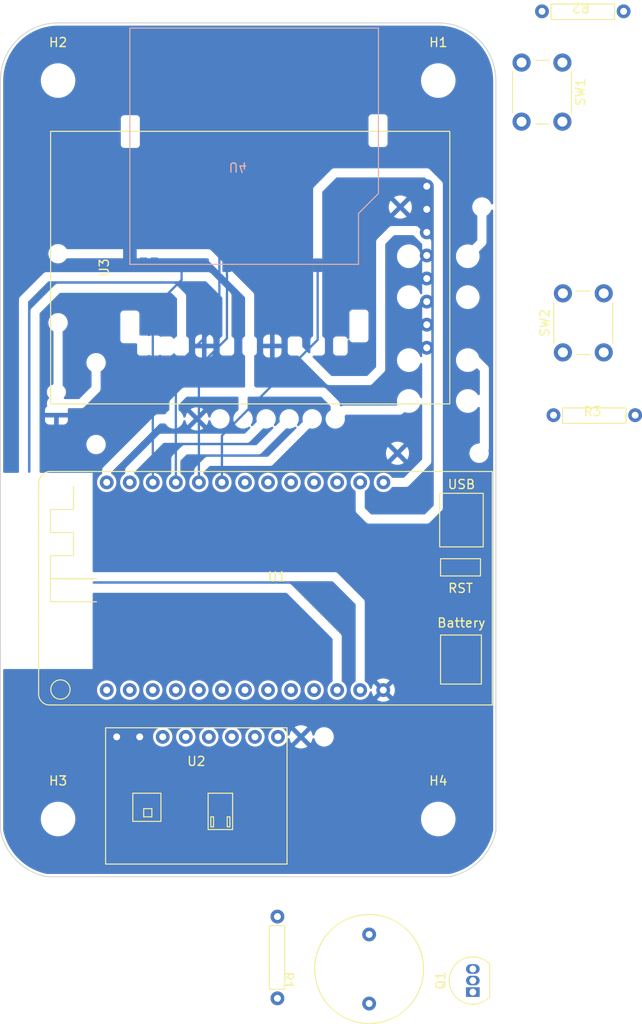
<source format=kicad_pcb>
(kicad_pcb (version 20211014) (generator pcbnew)
  (title_block (title "PCB layout of the air quality monitor") (date "2023-06-13") (rev "0"))
  (layers (0 "F.Cu" signal) (31 "B.Cu" signal) (34 "B.Paste" user) (35 "F.Paste" user) (36 "B.SilkS" user "B.Silkscreen") (37 "F.SilkS" user "F.Silkscreen") (38 "B.Mask" user) (39 "F.Mask" user) (44 "Edge.Cuts" user))
  (net 0 "")
  (net 5 "GND")
  (net 6 "Net-(Q1-Pad2)")
  (net 9 "/BUZZ")
  (net 10 "/UP_BTN")
  (net 11 "/DW_BTN")
  (net 12 "/CLK_SD")
  (net 13 "/DO_SD")
  (net 16 "/DI_SD")
  (net 17 "/CS_SD")
  (net 18 "/WAK")
  (net 19 "/SDA_Sens")
  (net 20 "/SCL_Sens")
  (net 21 "/CS")
  (net 22 "/SCK")
  (net 23 "/SDA")
  (net 24 "/A0")
  (net 25 "+3V3")
  (net 28 "Net-(B1-Pad2)")
  (net 32 "/RST")
  (net 33 "/INT")
  (footprint "components:CCS811-HDC1080-PCB" (layer "F.Cu") (at 75.04 128.12 -90)
    (fp_text reference "U2" (at 2.69 9 unlocked) (layer "F.SilkS"))
    (fp_text value "CCS811-HDC1080")
    (fp_line (start 8.8 13.9) (end 8.8 14.8) (layer "F.SilkS") (width 0.12))
    (fp_line (start 10.2 5) (end 10.2 7.7) (layer "F.SilkS") (width 0.12))
    (fp_line (start 6.2 5) (end 10.2 5) (layer "F.SilkS") (width 0.12))
    (fp_line (start 8.8 7.1) (end 8.8 7.4) (layer "F.SilkS") (width 0.12))
    (fp_line (start 7.9 14.8) (end 7.9 13.9) (layer "F.SilkS") (width 0.12))
    (fp_line (start -1 -1) (end -1 19) (layer "F.SilkS") (width 0.12))
    (fp_line (start 8.8 5.6) (end 9.9 5.6) (layer "F.SilkS") (width 0.12))
    (fp_line (start 7.9 13.9) (end 8.8 13.9) (layer "F.SilkS") (width 0.12))
    (fp_line (start 6.2 7.7) (end 6.2 5) (layer "F.SilkS") (width 0.12))
    (fp_line (start 6.2 12.9) (end 9.3 12.9) (layer "F.SilkS") (width 0.12))
    (fp_line (start 8.8 7.4) (end 9.9 7.4) (layer "F.SilkS") (width 0.12))
    (fp_line (start 14 19) (end 14 -1) (layer "F.SilkS") (width 0.12))
    (fp_line (start 6.2 16) (end 6.2 12.9) (layer "F.SilkS") (width 0.12))
    (fp_line (start 9.9 7.1) (end 8.8 7.1) (layer "F.SilkS") (width 0.12))
    (fp_line (start 9.9 5.6) (end 9.9 5.3) (layer "F.SilkS") (width 0.12))
    (fp_line (start 14 -1) (end -1 -1) (layer "F.SilkS") (width 0.12))
    (fp_line (start 8.8 5.3) (end 8.8 5.6) (layer "F.SilkS") (width 0.12))
    (fp_line (start 8.8 14.8) (end 7.9 14.8) (layer "F.SilkS") (width 0.12))
    (fp_line (start 10.2 7.7) (end 6.2 7.7) (layer "F.SilkS") (width 0.12))
    (fp_line (start -1 19) (end 14 19) (layer "F.SilkS") (width 0.12))
    (fp_line (start 9.3 16) (end 6.2 16) (layer "F.SilkS") (width 0.12))
    (fp_line (start 9.9 5.3) (end 8.8 5.3) (layer "F.SilkS") (width 0.12))
    (fp_line (start 9.3 12.9) (end 9.3 16) (layer "F.SilkS") (width 0.12))
    (fp_line (start 9.9 7.4) (end 9.9 7.1) (layer "F.SilkS") (width 0.12))
    (pad "1" thru_hole circle (at 0 0 270) (size 1.524 1.524) (drill 0.762) (layers *.Cu *.Mask) (net 25 "+3V3"))
    (pad "2" thru_hole circle (at 0 2.54 270) (size 1.524 1.524) (drill 0.762) (layers *.Cu *.Mask) (net 5 "GND"))
    (pad "3" thru_hole circle (at 0 5.08 270) (size 1.524 1.524) (drill 0.762) (layers *.Cu *.Mask) (net 20 "/SCL_Sens"))
    (pad "4" thru_hole circle (at 0 7.62 270) (size 1.524 1.524) (drill 0.762) (layers *.Cu *.Mask) (net 19 "/SDA_Sens"))
    (pad "5" thru_hole circle (at 0 10.16 270) (size 1.524 1.524) (drill 0.762) (layers *.Cu *.Mask) (net 18 "/WAK"))
    (pad "6" thru_hole circle (at 0 12.7 270) (size 1.524 1.524) (drill 0.762) (layers *.Cu *.Mask) (net 33 "/INT"))
    (pad "7" thru_hole circle (at 0 15.24 270) (size 1.524 1.524) (drill 0.762) (layers *.Cu *.Mask) (net 32 "/RST"))
    (pad "8" thru_hole circle (at 0 17.78 270) (size 1.524 1.524) (drill 0.762) (layers *.Cu *.Mask))
  )
  (footprint "MountingHole:MountingHole_3.2mm_M3" (layer "F.Cu") (at 92.71 137.16)
    (fp_text reference "H4" (at 0 -4.2) (layer "F.SilkS"))
    (fp_text value "MountingHole")
    (pad "" np_thru_hole circle (at 0 0) (size 3.2 3.2) (drill 3.2) (layers *.Cu *.Mask))
  )
  (footprint "Button_Switch_THT:SW_PUSH_6mm" (layer "F.Cu") (at 106.39 53.9 -90)
    (fp_text reference "SW1" (at 3.25 -2 90) (layer "F.SilkS"))
    (fp_text value "BTN1")
    (fp_line (start -0.25 1.5) (end -0.25 3) (layer "F.SilkS") (width 0.12))
    (fp_line (start 5.5 -1) (end 1 -1) (layer "F.SilkS") (width 0.12))
    (fp_line (start 1 5.5) (end 5.5 5.5) (layer "F.SilkS") (width 0.12))
    (fp_line (start 6.75 3) (end 6.75 1.5) (layer "F.SilkS") (width 0.12))
    (pad "1" thru_hole circle (at 6.5 0) (size 2 2) (drill 1.1) (layers *.Cu *.Mask) (net 10 "/UP_BTN"))
    (pad "1" thru_hole circle (at 0 0) (size 2 2) (drill 1.1) (layers *.Cu *.Mask) (net 10 "/UP_BTN"))
    (pad "2" thru_hole circle (at 6.5 4.5) (size 2 2) (drill 1.1) (layers *.Cu *.Mask) (net 25 "+3V3"))
    (pad "2" thru_hole circle (at 0 4.5) (size 2 2) (drill 1.1) (layers *.Cu *.Mask) (net 25 "+3V3"))
  )
  (footprint "components:LOLIN32-Lite-PCB" (layer "F.Cu") (at 49.96208 123.40792 90)
    (fp_text reference "U1" (at 12.91792 24.96792 unlocked) (layer "F.SilkS"))
    (fp_text value "LOLIN32_Lite")
    (fp_text user "RST" (at 11.64792 45.2 unlocked) (layer "F.SilkS"))
    (fp_text user "USB" (at 23.07792 45.3 unlocked) (layer "F.SilkS"))
    (fp_text user "Battery" (at 7.83792 45.28792 unlocked) (layer "F.SilkS"))
    (fp_line (start 15.24 2.54) (end 17.78 2.54) (layer "F.SilkS") (width 0.12))
    (fp_line (start 24.5 48.7) (end -1.1 48.7) (layer "F.SilkS") (width 0.12))
    (fp_line (start -1.2 -0.1) (end -1.2 48.7) (layer "F.SilkS") (width 0.12))
    (fp_line (start 12.7 5.08) (end 12.7 0) (layer "F.SilkS") (width 0.12))
    (fp_line (start 20.32 2.54) (end 22.86 2.54) (layer "F.SilkS") (width 0.12))
    (fp_line (start 24.5 0) (end 24.5 48.7) (layer "F.SilkS") (width 0.12))
    (fp_line (start 20.32 0) (end 20.32 2.54) (layer "F.SilkS") (width 0.12))
    (fp_line (start 17.78 2.54) (end 17.78 0) (layer "F.SilkS") (width 0.12))
    (fp_line (start 15.24 0) (end 15.24 2.54) (layer "F.SilkS") (width 0.12))
    (fp_line (start -1.2 48.7) (end -1.1 48.7) (layer "F.SilkS") (width 0.12))
    (fp_line (start 12.7 0) (end 12.7 5.08) (layer "F.SilkS") (width 0.12))
    (fp_line (start 0 -1.304159) (end 23.2 -1.3) (layer "F.SilkS") (width 0.12))
    (fp_line (start 12.7 0) (end 15.24 0) (layer "F.SilkS") (width 0.12))
    (fp_line (start 17.78 0) (end 20.32 0) (layer "F.SilkS") (width 0.12))
    (fp_line (start 10.16 0) (end 12.7 0) (layer "F.SilkS") (width 0.12))
    (fp_line (start 10.16 5.08) (end 10.16 0) (layer "F.SilkS") (width 0.12))
    (fp_rect (start 16.2 42.9) (end 22.1 47.7) (layer "F.SilkS") (width 0.12) (fill none))
    (fp_rect (start 1.1 43) (end 6.5 47.5) (layer "F.SilkS") (width 0.12) (fill none))
    (fp_rect (start 14.9 43) (end 13 47.4) (layer "F.SilkS") (width 0.12) (fill none))
    (fp_arc (start -1.2 0) (mid -0.88612 -0.915348) (end 0 -1.304159) (layer "F.SilkS") (width 0.12))
    (fp_arc (start 23.2 -1.3) (mid 24.119239 -0.919239) (end 24.5 0) (layer "F.SilkS") (width 0.12))
    (fp_circle (center 0.5 1.1) (end 1.2 1.9) (layer "F.SilkS") (width 0.12) (fill none))
    (pad "1" thru_hole circle (at 0.44 6.2 90) (size 1.524 1.524) (drill 0.762) (layers *.Cu *.Mask))
    (pad "2" thru_hole circle (at 0.44 8.74 90) (size 1.524 1.524) (drill 0.762) (layers *.Cu *.Mask))
    (pad "3" thru_hole circle (at 0.44 11.28 90) (size 1.524 1.524) (drill 0.762) (layers *.Cu *.Mask))
    (pad "4" thru_hole circle (at 0.44 13.82 90) (size 1.524 1.524) (drill 0.762) (layers *.Cu *.Mask) (net 32 "/RST"))
    (pad "5" thru_hole circle (at 0.44 16.36 90) (size 1.524 1.524) (drill 0.762) (layers *.Cu *.Mask) (net 33 "/INT"))
    (pad "6" thru_hole circle (at 0.44 18.9 90) (size 1.524 1.524) (drill 0.762) (layers *.Cu *.Mask) (net 18 "/WAK"))
    (pad "7" thru_hole circle (at 0.44 21.44 90) (size 1.524 1.524) (drill 0.762) (layers *.Cu *.Mask) (net 19 "/SDA_Sens"))
    (pad "8" thru_hole circle (at 0.44 23.98 90) (size 1.524 1.524) (drill 0.762) (layers *.Cu *.Mask) (net 20 "/SCL_Sens"))
    (pad "9" thru_hole circle (at 0.44 26.52 90) (size 1.524 1.524) (drill 0.762) (layers *.Cu *.Mask))
    (pad "10" thru_hole circle (at 0.44 29.06 90) (size 1.524 1.524) (drill 0.762) (layers *.Cu *.Mask))
    (pad "11" thru_hole circle (at 0.44 31.6 90) (size 1.524 1.524) (drill 0.762) (layers *.Cu *.Mask) (net 10 "/UP_BTN"))
    (pad "12" thru_hole circle (at 0.44 34.14 90) (size 1.524 1.524) (drill 0.762) (layers *.Cu *.Mask) (net 11 "/DW_BTN"))
    (pad "13" thru_hole circle (at 0.44 36.68 90) (size 1.524 1.524) (drill 0.762) (layers *.Cu *.Mask) (net 5 "GND"))
    (pad "14" thru_hole circle (at 23.3 36.7 90) (size 1.524 1.524) (drill 0.762) (layers *.Cu *.Mask))
    (pad "15" thru_hole circle (at 23.3 34.14 90) (size 1.524 1.524) (drill 0.762) (layers *.Cu *.Mask))
    (pad "16" thru_hole circle (at 23.3 31.6 90) (size 1.524 1.524) (drill 0.762) (layers *.Cu *.Mask))
    (pad "17" thru_hole circle (at 23.3 29.06 90) (size 1.524 1.524) (drill 0.762) (layers *.Cu *.Mask))
    (pad "18" thru_hole circle (at 23.3 26.52 90) (size 1.524 1.524) (drill 0.762) (layers *.Cu *.Mask))
    (pad "19" thru_hole circle (at 23.3 23.98 90) (size 1.524 1.524) (drill 0.762) (layers *.Cu *.Mask))
    (pad "20" thru_hole circle (at 23.3 21.44 90) (size 1.524 1.524) (drill 0.762) (layers *.Cu *.Mask))
    (pad "21" thru_hole circle (at 23.3 18.9 90) (size 1.524 1.524) (drill 0.762) (layers *.Cu *.Mask) (net 17 "/CS_SD"))
    (pad "22" thru_hole circle (at 23.3 16.36 90) (size 1.524 1.524) (drill 0.762) (layers *.Cu *.Mask) (net 12 "/CLK_SD"))
    (pad "23" thru_hole circle (at 23.3 13.82 90) (size 1.524 1.524) (drill 0.762) (layers *.Cu *.Mask) (net 16 "/DI_SD"))
    (pad "24" thru_hole circle (at 23.3 11.28 90) (size 1.524 1.524) (drill 0.762) (layers *.Cu *.Mask) (net 13 "/DO_SD"))
    (pad "25" thru_hole circle (at 23.3 8.74 90) (size 1.524 1.524) (drill 0.762) (layers *.Cu *.Mask) (net 9 "/BUZZ"))
    (pad "26" thru_hole circle (at 23.3 6.2 90) (size 1.524 1.524) (drill 0.762) (layers *.Cu *.Mask) (net 25 "+3V3"))
  )
  (footprint "MountingHole:MountingHole_3.2mm_M3" (layer "F.Cu") (at 92.71 55.88)
    (fp_text reference "H1" (at 0 -4.2) (layer "F.SilkS"))
    (fp_text value "MountingHole")
    (pad "" np_thru_hole circle (at 0 0) (size 3.2 3.2) (drill 3.2) (layers *.Cu *.Mask))
  )
  (footprint "components:TFT-128x128" (layer "F.Cu") (at 78.74 77.47 90)
    (fp_text reference "U3" (at 1 -22.86 90 unlocked) (layer "F.SilkS"))
    (fp_text value "TFT-128x128")
    (fp_rect (start -14 -28.76) (end 16 15.24) (layer "F.SilkS") (width 0.12) (fill none))
    (pad "1" thru_hole circle (at -7.82 12.7 90) (size 1.524 1.524) (drill 0.762) (layers *.Cu *.Mask) (net 25 "+3V3"))
    (pad "2" thru_hole circle (at -5.28 12.7 90) (size 1.524 1.524) (drill 0.762) (layers *.Cu *.Mask) (net 5 "GND"))
    (pad "3" thru_hole circle (at -2.74 12.7 90) (size 1.524 1.524) (drill 0.762) (layers *.Cu *.Mask) (net 21 "/CS"))
    (pad "4" thru_hole circle (at -0.2 12.7 90) (size 1.524 1.524) (drill 0.762) (layers *.Cu *.Mask) (net 25 "+3V3"))
    (pad "5" thru_hole circle (at 2.34 12.7 90) (size 1.524 1.524) (drill 0.762) (layers *.Cu *.Mask) (net 24 "/A0"))
    (pad "6" thru_hole circle (at 4.88 12.7 90) (size 1.524 1.524) (drill 0.762) (layers *.Cu *.Mask) (net 23 "/SDA"))
    (pad "7" thru_hole circle (at 7.42 12.7 90) (size 1.524 1.524) (drill 0.762) (layers *.Cu *.Mask) (net 22 "/SCK"))
    (pad "8" thru_hole circle (at 9.96 12.7 90) (size 1.524 1.524) (drill 0.762) (layers *.Cu *.Mask) (net 25 "+3V3"))
  )
  (footprint "Package_TO_SOT_THT:TO-92_Inline" (layer "F.Cu") (at 96.52 156.21 90)
    (fp_text reference "Q1" (at 1.27 -3.56 90) (layer "F.SilkS"))
    (fp_text value "2N3904")
    (fp_line (start -0.53 1.85) (end 3.07 1.85) (layer "F.SilkS") (width 0.12))
    (fp_arc (start -0.568478 1.838478) (mid -1.132087 -0.994977) (end 1.27 -2.6) (layer "F.SilkS") (width 0.12))
    (fp_arc (start 1.27 -2.6) (mid 3.672087 -0.994977) (end 3.108478 1.838478) (layer "F.SilkS") (width 0.12))
    (pad "1" thru_hole rect (at 0 0 90) (size 1.05 1.5) (drill 0.75) (layers *.Cu *.Mask) (net 5 "GND"))
    (pad "2" thru_hole oval (at 1.27 0 90) (size 1.05 1.5) (drill 0.75) (layers *.Cu *.Mask) (net 6 "Net-(Q1-Pad2)"))
    (pad "3" thru_hole oval (at 2.54 0 90) (size 1.05 1.5) (drill 0.75) (layers *.Cu *.Mask) (net 28 "Net-(B1-Pad2)"))
  )
  (footprint "components:Resistor" (layer "F.Cu") (at 74.98 155.9 -90)
    (fp_text reference "R1" (at -0.96 -1.22 -90 unlocked) (layer "F.SilkS"))
    (fp_text value "2K2")
    (fp_rect (start -7 -0.8) (end 0 0.9) (layer "F.SilkS") (width 0.12) (fill none))
    (pad "1" thru_hole circle (at -8 0 270) (size 1.524 1.524) (drill 0.762) (layers *.Cu *.Mask) (net 9 "/BUZZ"))
    (pad "2" thru_hole circle (at 1 0 270) (size 1.524 1.524) (drill 0.762) (layers *.Cu *.Mask) (net 6 "Net-(Q1-Pad2)"))
  )
  (footprint "Button_Switch_THT:SW_PUSH_6mm" (layer "F.Cu") (at 106.445564 85.8 90)
    (fp_text reference "SW2" (at 3.25 -2 90) (layer "F.SilkS"))
    (fp_text value "BTN2")
    (fp_line (start 6.75 3) (end 6.75 1.5) (layer "F.SilkS") (width 0.12))
    (fp_line (start -0.25 1.5) (end -0.25 3) (layer "F.SilkS") (width 0.12))
    (fp_line (start 5.5 -1) (end 1 -1) (layer "F.SilkS") (width 0.12))
    (fp_line (start 1 5.5) (end 5.5 5.5) (layer "F.SilkS") (width 0.12))
    (pad "1" thru_hole circle (at 0 0 180) (size 2 2) (drill 1.1) (layers *.Cu *.Mask) (net 25 "+3V3"))
    (pad "1" thru_hole circle (at 6.5 0 180) (size 2 2) (drill 1.1) (layers *.Cu *.Mask) (net 25 "+3V3"))
    (pad "2" thru_hole circle (at 6.5 4.5 180) (size 2 2) (drill 1.1) (layers *.Cu *.Mask) (net 11 "/DW_BTN"))
    (pad "2" thru_hole circle (at 0 4.5 180) (size 2 2) (drill 1.1) (layers *.Cu *.Mask) (net 11 "/DW_BTN"))
  )
  (footprint "components:Resistor" (layer "F.Cu") (at 113.41 92.71)
    (fp_text reference "R3" (at -3.7 -0.4 unlocked) (layer "F.SilkS"))
    (fp_text value "4K7")
    (fp_rect (start -7 -0.8) (end 0 0.9) (layer "F.SilkS") (width 0.12) (fill none))
    (pad "1" thru_hole circle (at -8 0) (size 1.524 1.524) (drill 0.762) (layers *.Cu *.Mask) (net 5 "GND"))
    (pad "2" thru_hole circle (at 1 0) (size 1.524 1.524) (drill 0.762) (layers *.Cu *.Mask) (net 11 "/DW_BTN"))
  )
  (footprint "components:Resistor" (layer "F.Cu") (at 112.14 48.26)
    (fp_text reference "R2" (at -3.7 -0.4 180 unlocked) (layer "F.SilkS"))
    (fp_text value "4K7")
    (fp_rect (start -7 -0.8) (end 0 0.9) (layer "F.SilkS") (width 0.12) (fill none))
    (pad "1" thru_hole circle (at -8 0) (size 1.524 1.524) (drill 0.762) (layers *.Cu *.Mask) (net 5 "GND"))
    (pad "2" thru_hole circle (at 1 0) (size 1.524 1.524) (drill 0.762) (layers *.Cu *.Mask) (net 10 "/UP_BTN"))
  )
  (footprint "MountingHole:MountingHole_3.2mm_M3" (layer "F.Cu") (at 50.8 137.16)
    (fp_text reference "H3" (at 0 -4.2) (layer "F.SilkS"))
    (fp_text value "MountingHole")
    (pad "" np_thru_hole circle (at 0 0) (size 3.2 3.2) (drill 3.2) (layers *.Cu *.Mask))
  )
  (footprint "MountingHole:MountingHole_3.2mm_M3" (layer "F.Cu") (at 50.8 55.88)
    (fp_text reference "H2" (at 0 -4.2) (layer "F.SilkS"))
    (fp_text value "MountingHole")
    (pad "" np_thru_hole circle (at 0 0) (size 3.2 3.2) (drill 3.2) (layers *.Cu *.Mask))
  )
  (footprint "components:Buzzer" (layer "F.Cu") (at 85.09 153.67 -90)
    (fp_text reference "B1" hide)
    (fp_text value "Buzzer" hide)
    (fp_circle (center 0 0) (end 6 0) (layer "F.SilkS") (width 0.12) (fill none))
    (pad "1" thru_hole circle (at -3.8 0 270) (size 1.524 1.524) (drill 0.762) (layers *.Cu *.Mask) (net 25 "+3V3"))
    (pad "2" thru_hole circle (at 3.8 0 270) (size 1.524 1.524) (drill 0.762) (layers *.Cu *.Mask) (net 28 "Net-(B1-Pad2)"))
  )
  (footprint "components:SDCard" (layer "B.Cu") (at 70.415 74.605)
    (fp_text reference "U4" (at 0.2 -9.2 180 unlocked) (layer "B.SilkS") (effects (justify mirror)))
    (fp_text value "SDCard")
    (fp_rect (start -12.35 0.9) (end -11.05 -1.9) (layer "B.Cu") (width 0.2) (fill solid))
    (fp_rect (start -12.3 -20.6) (end -11 -23.4) (layer "B.Cu") (width 0.2) (fill solid))
    (fp_rect (start -10.55 2.3) (end -9.85 0.8) (layer "B.Cu") (width 0.1) (fill solid))
    (fp_rect (start 12.9 0.8) (end 14.2 -2) (layer "B.Cu") (width 0.2) (fill solid))
    (fp_rect (start 15 -20.7) (end 16.3 -23.5) (layer "B.Cu") (width 0.2) (fill solid))
    (fp_rect (start -9.35 2.3) (end -8.65 0.8) (layer "B.Cu") (width 0.1) (fill solid))
    (fp_line (start 13.5 -4.1) (end 15.7 -6.3) (layer "B.SilkS") (width 0.12))
    (fp_line (start -11.7 1.5) (end -11.7 1.5) (layer "B.SilkS") (width 0.12))
    (fp_line (start 15.6 -24.5) (end 15.7 -24.5) (layer "B.SilkS") (width 0.12))
    (fp_line (start 13.5 1.5) (end 13.5 -4.1) (layer "B.SilkS") (width 0.12))
    (fp_line (start -11.7 1.5) (end 13.5 1.5) (layer "B.SilkS") (width 0.12))
    (fp_line (start -11.7 -24.5) (end -11.7 1.5) (layer "B.SilkS") (width 0.12))
    (fp_line (start 15.7 -6.3) (end 15.7 -13.8) (layer "B.SilkS") (width 0.12))
    (fp_line (start 15.7 -24.5) (end 15.7 -13.8) (layer "B.SilkS") (width 0.12))
    (fp_line (start 15 -24.5) (end 15.6 -24.5) (layer "B.SilkS") (width 0.12))
    (fp_line (start 15 -24.5) (end -11.7 -24.5) (layer "B.SilkS") (width 0.12))
    (pad "1" smd roundrect (at 9 1.6 270) (size 1.5 1) (layers "B.Cu" "B.Paste" "B.Mask") (roundrect_rratio 0.1) (net 17 "/CS_SD"))
    (pad "2" smd roundrect (at 6.5 1.6 270) (size 1.5 1) (layers "B.Cu" "B.Paste" "B.Mask") (roundrect_rratio 0.1) (net 16 "/DI_SD"))
    (pad "3" smd roundrect (at 4 1.6 270) (size 1.5 1) (layers "B.Cu" "B.Paste" "B.Mask") (roundrect_rratio 0.1) (net 5 "GND"))
    (pad "4" smd roundrect (at 1.5 1.6 270) (size 1.5 1) (layers "B.Cu" "B.Paste" "B.Mask") (roundrect_rratio 0.1) (net 25 "+3V3"))
    (pad "5" smd roundrect (at -1 1.6 270) (size 1.5 1) (layers "B.Cu" "B.Paste" "B.Mask") (roundrect_rratio 0.1) (net 12 "/CLK_SD"))
    (pad "6" smd roundrect (at -3.5 1.6 270) (size 1.5 1) (layers "B.Cu" "B.Paste" "B.Mask") (roundrect_rratio 0.1) (net 5 "GND"))
    (pad "7" smd roundrect (at -6 1.6 270) (size 1.5 1) (layers "B.Cu" "B.Paste" "B.Mask") (roundrect_rratio 0.1) (net 13 "/DO_SD"))
    (pad "8" smd roundrect (at -7.7 1.6 270) (size 1.5 1) (layers "B.Cu" "B.Paste" "B.Mask") (roundrect_rratio 0.1))
    (pad "9" smd roundrect (at 11.5 1.6 270) (size 1.5 1) (layers "B.Cu" "B.Paste" "B.Mask" "Eco1.User") (roundrect_rratio 0.1))
  )
  (gr_arc (start 99.059999 138.43) (mid 97.289049 141.739049) (end 93.98 143.509999) (layer "Edge.Cuts") (width 0.1))
  (gr_arc (start 92.71 49.53) (mid 97.200128 51.389872) (end 99.06 55.88) (layer "Edge.Cuts") (width 0.1))
  (gr_arc (start 49.53 143.509999) (mid 46.220951 141.739049) (end 44.450001 138.43) (layer "Edge.Cuts") (width 0.1))
  (gr_line (start 99.06 138.43) (end 99.06 55.88) (layer "Edge.Cuts") (width 0.1))
  (gr_line (start 50.8 49.53) (end 92.71 49.53) (layer "Edge.Cuts") (width 0.1))
  (gr_arc (start 44.45 55.88) (mid 46.309872 51.389872) (end 50.8 49.53) (layer "Edge.Cuts") (width 0.1))
  (gr_line (start 44.45 138.43) (end 44.45 55.88) (layer "Edge.Cuts") (width 0.1))
  (gr_line (start 49.53 143.51) (end 93.98 143.51) (layer "Edge.Cuts") (width 0.1))
  (segment (start 69.415 84.255) (end 66.32208 87.34792) (width 0.25) (layer "B.Cu") (net 12))
  (segment (start 66.32208 87.34792) (end 66.32208 100.10792) (width 0.25) (layer "B.Cu") (net 12))
  (segment (start 69.415 76.205) (end 69.415 84.255) (width 0.25) (layer "B.Cu") (net 12))
  (segment (start 64.415 77.825) (end 61.24208 80.99792) (width 0.25) (layer "B.Cu") (net 13))
  (segment (start 61.24208 80.99792) (end 61.24208 100.10792) (width 0.25) (layer "B.Cu") (net 13))
  (segment (start 64.415 76.205) (end 64.415 77.825) (width 0.25) (layer "B.Cu") (net 13))
  (segment (start 76.915 74.375) (end 76.2 73.66) (width 0.25) (layer "B.Cu") (net 16))
  (segment (start 63.78208 87.34792) (end 63.78208 100.10792) (width 0.25) (layer "B.Cu") (net 16))
  (segment (start 68.58 82.55) (end 63.78208 87.34792) (width 0.25) (layer "B.Cu") (net 16))
  (segment (start 76.2 73.66) (end 69.85 73.66) (width 0.25) (layer "B.Cu") (net 16))
  (segment (start 69.85 73.66) (end 68.58 74.93) (width 0.25) (layer "B.Cu") (net 16))
  (segment (start 76.915 76.205) (end 76.915 74.375) (width 0.25) (layer "B.Cu") (net 16))
  (segment (start 68.58 74.93) (end 68.58 82.55) (width 0.25) (layer "B.Cu") (net 16))
  (segment (start 79.415 84.415) (end 68.86208 94.96792) (width 0.25) (layer "B.Cu") (net 17))
  (segment (start 79.415 76.205) (end 79.415 84.415) (width 0.25) (layer "B.Cu") (net 17))
  (segment (start 68.86208 94.96792) (end 68.86208 100.10792) (width 0.25) (layer "B.Cu") (net 17))
  (zone (net 0) (net_name "") (layers F&B.Cu) (name "Antenna") (connect_pads (clearance 0)) (min_thickness 0.254)
    (keepout (tracks not_allowed) (vias not_allowed) (pads not_allowed) (copperpour not_allowed) (footprints not_allowed))
    (fill (thermal_gap 0.508) (thermal_bridge_width 0.508))
    (polygon (pts (xy 54.61 124.46) (xy 44.45 124.46) (xy 44.45 99.06) (xy 54.61 99.06)))
  )
  (zone (net 5) (net_name "GND") (layer "B.Cu") (connect_pads (clearance 0.3)) (min_thickness 0.25) (fill yes (thermal_gap 0.508) (thermal_bridge_width 0.508))
    (polygon (pts (xy 99.06 143.51) (xy 44.45 143.51) (xy 44.45 49.53) (xy 99.06 49.53)))
  )
)
</source>
